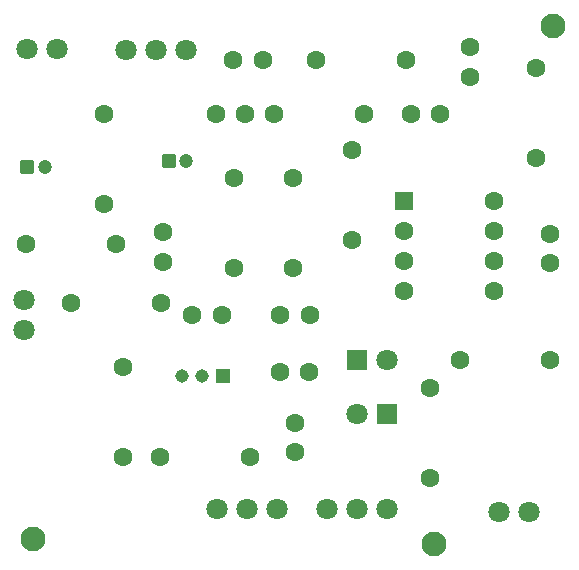
<source format=gbr>
%TF.GenerationSoftware,KiCad,Pcbnew,9.0.3*%
%TF.CreationDate,2025-07-26T23:46:39+02:00*%
%TF.ProjectId,bone_xl_distortion,626f6e65-5f78-46c5-9f64-6973746f7274,v1.0.0*%
%TF.SameCoordinates,Original*%
%TF.FileFunction,Soldermask,Top*%
%TF.FilePolarity,Negative*%
%FSLAX46Y46*%
G04 Gerber Fmt 4.6, Leading zero omitted, Abs format (unit mm)*
G04 Created by KiCad (PCBNEW 9.0.3) date 2025-07-26 23:46:39*
%MOMM*%
%LPD*%
G01*
G04 APERTURE LIST*
G04 Aperture macros list*
%AMRoundRect*
0 Rectangle with rounded corners*
0 $1 Rounding radius*
0 $2 $3 $4 $5 $6 $7 $8 $9 X,Y pos of 4 corners*
0 Add a 4 corners polygon primitive as box body*
4,1,4,$2,$3,$4,$5,$6,$7,$8,$9,$2,$3,0*
0 Add four circle primitives for the rounded corners*
1,1,$1+$1,$2,$3*
1,1,$1+$1,$4,$5*
1,1,$1+$1,$6,$7*
1,1,$1+$1,$8,$9*
0 Add four rect primitives between the rounded corners*
20,1,$1+$1,$2,$3,$4,$5,0*
20,1,$1+$1,$4,$5,$6,$7,0*
20,1,$1+$1,$6,$7,$8,$9,0*
20,1,$1+$1,$8,$9,$2,$3,0*%
G04 Aperture macros list end*
%ADD10C,1.800000*%
%ADD11C,1.600000*%
%ADD12RoundRect,0.250000X-0.550000X-0.550000X0.550000X-0.550000X0.550000X0.550000X-0.550000X0.550000X0*%
%ADD13R,1.143000X1.143000*%
%ADD14C,1.143000*%
%ADD15R,1.800000X1.800000*%
%ADD16RoundRect,0.250000X-0.350000X-0.350000X0.350000X-0.350000X0.350000X0.350000X-0.350000X0.350000X0*%
%ADD17C,1.200000*%
%ADD18C,2.100000*%
G04 APERTURE END LIST*
D10*
%TO.C,Volume*%
X168600000Y-111400000D03*
X171140000Y-111400000D03*
X173680000Y-111400000D03*
%TD*%
%TO.C,Audio out*%
X192504600Y-111682200D03*
X195044600Y-111682200D03*
%TD*%
D11*
%TO.C,C12*%
X175150000Y-106650000D03*
X175150000Y-104150000D03*
%TD*%
D12*
%TO.C,U1*%
X184380000Y-85380000D03*
D11*
X184380000Y-87920000D03*
X184380000Y-90460000D03*
X184380000Y-93000000D03*
X192000000Y-93000000D03*
X192000000Y-90460000D03*
X192000000Y-87920000D03*
X192000000Y-85380000D03*
%TD*%
%TO.C,R13*%
X186600000Y-108800000D03*
X186600000Y-101180000D03*
%TD*%
%TO.C,R4*%
X170000000Y-91000000D03*
X170000000Y-83380000D03*
%TD*%
%TO.C,C8*%
X190000000Y-74850000D03*
X190000000Y-72350000D03*
%TD*%
%TO.C,R6*%
X180000000Y-81000000D03*
X180000000Y-88620000D03*
%TD*%
D13*
%TO.C,U2*%
X169100000Y-100200000D03*
D14*
X167330000Y-100200000D03*
X165600000Y-100200000D03*
%TD*%
D15*
%TO.C,D1*%
X183000000Y-103400000D03*
D10*
X180460000Y-103400000D03*
%TD*%
D11*
%TO.C,R2*%
X159000000Y-85620000D03*
X159000000Y-78000000D03*
%TD*%
%TO.C,C5*%
X171000000Y-78000000D03*
X168500000Y-78000000D03*
%TD*%
%TO.C,R5*%
X181000000Y-78000000D03*
X173380000Y-78000000D03*
%TD*%
D16*
%TO.C,C2*%
X164500000Y-82000000D03*
D17*
X166000000Y-82000000D03*
%TD*%
D11*
%TO.C,R9*%
X195600000Y-81710000D03*
X195600000Y-74090000D03*
%TD*%
D10*
%TO.C,9V*%
X152500000Y-72500000D03*
X155040000Y-72500000D03*
%TD*%
D11*
%TO.C,C7*%
X169950000Y-73400000D03*
X172450000Y-73400000D03*
%TD*%
D18*
%TO.C,REF\u002A\u002A*%
X187000000Y-114400000D03*
%TD*%
D10*
%TO.C,Tone*%
X177860000Y-111400000D03*
X180400000Y-111400000D03*
X182940000Y-111400000D03*
%TD*%
%TO.C,Gain*%
X160920000Y-72575000D03*
X163460000Y-72575000D03*
X166000000Y-72575000D03*
%TD*%
D11*
%TO.C,R1*%
X152380000Y-89000000D03*
X160000000Y-89000000D03*
%TD*%
D18*
%TO.C,mount hole*%
X153000000Y-114000000D03*
%TD*%
D15*
%TO.C,D2*%
X180460000Y-98800000D03*
D10*
X183000000Y-98800000D03*
%TD*%
D11*
%TO.C,R10*%
X196800000Y-98800000D03*
X189180000Y-98800000D03*
%TD*%
%TO.C,C3*%
X166500000Y-95000000D03*
X169000000Y-95000000D03*
%TD*%
%TO.C,C6*%
X185000000Y-78000000D03*
X187500000Y-78000000D03*
%TD*%
%TO.C,R7*%
X176990000Y-73400000D03*
X184610000Y-73400000D03*
%TD*%
D18*
%TO.C,REF\u002A\u002A*%
X197000000Y-70500000D03*
%TD*%
D10*
%TO.C,Guitar in*%
X152282200Y-96295400D03*
X152282200Y-93755400D03*
%TD*%
D11*
%TO.C,C10*%
X173950000Y-95000000D03*
X176450000Y-95000000D03*
%TD*%
D16*
%TO.C,C1*%
X152500000Y-82500000D03*
D17*
X154000000Y-82500000D03*
%TD*%
D11*
%TO.C,R11*%
X160600000Y-99400000D03*
X160600000Y-107020000D03*
%TD*%
%TO.C,R12*%
X171420000Y-107000000D03*
X163800000Y-107000000D03*
%TD*%
%TO.C,C9*%
X196800000Y-88150000D03*
X196800000Y-90650000D03*
%TD*%
%TO.C,R3*%
X156190000Y-94000000D03*
X163810000Y-94000000D03*
%TD*%
%TO.C,R8*%
X175000000Y-83380000D03*
X175000000Y-91000000D03*
%TD*%
%TO.C,C11*%
X173900000Y-99800000D03*
X176400000Y-99800000D03*
%TD*%
%TO.C,C4*%
X164000000Y-90500000D03*
X164000000Y-88000000D03*
%TD*%
M02*

</source>
